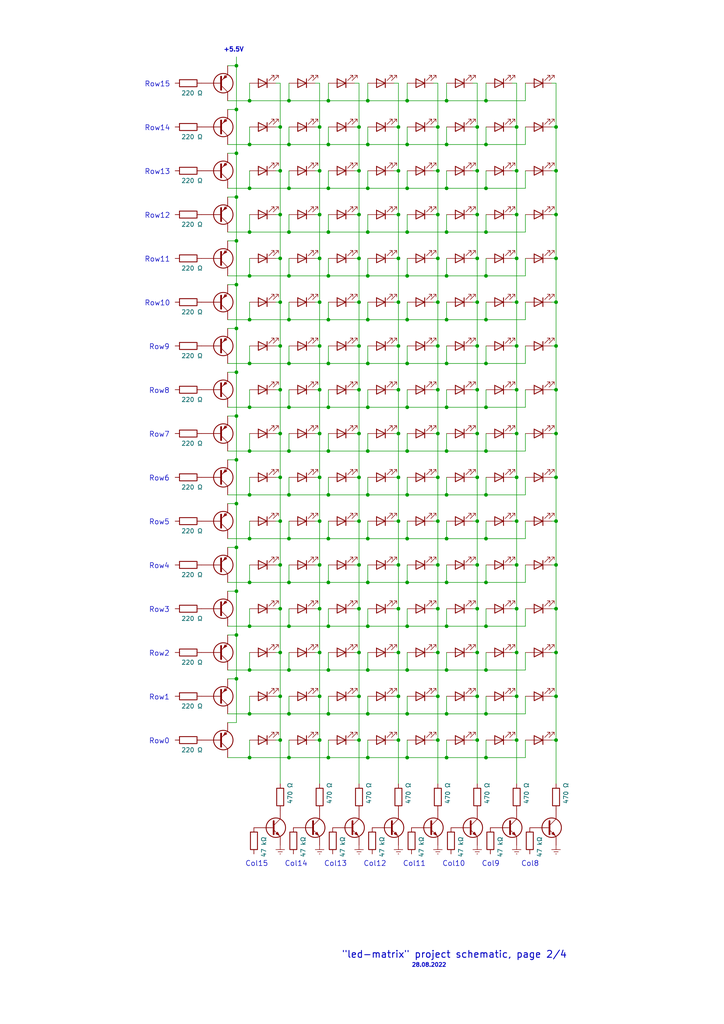
<source format=kicad_sch>
(kicad_sch (version 20211123) (generator eeschema)
  (paper "A4" portrait)
  (junction (at 72.39 156.21))
  (junction (at 140.97 118.11))
  (junction (at 115.57 201.93))
  (junction (at 106.68 92.71))
  (junction (at 127 138.43))
  (junction (at 95.25 80.01))
  (junction (at 161.29 113.03))
  (junction (at 118.11 41.91))
  (junction (at 140.97 29.21))
  (junction (at 92.71 62.23))
  (junction (at 140.97 207.01))
  (junction (at 127 189.23))
  (junction (at 95.25 41.91))
  (junction (at 127 113.03))
  (junction (at 149.86 176.53))
  (junction (at 104.14 100.33))
  (junction (at 161.29 100.33))
  (junction (at 81.28 176.53))
  (junction (at 129.54 219.71))
  (junction (at 83.82 219.71))
  (junction (at 92.71 151.13))
  (junction (at 95.25 67.31))
  (junction (at 92.71 74.93))
  (junction (at 161.29 62.23))
  (junction (at 106.68 143.51))
  (junction (at 138.43 87.63))
  (junction (at 95.25 29.21))
  (junction (at 129.54 118.11))
  (junction (at 83.82 54.61))
  (junction (at 129.54 143.51))
  (junction (at 106.68 130.81))
  (junction (at 81.28 138.43))
  (junction (at 72.39 80.01))
  (junction (at 118.11 105.41))
  (junction (at 72.39 219.71))
  (junction (at 95.25 194.31))
  (junction (at 92.71 214.63))
  (junction (at 138.43 62.23))
  (junction (at 129.54 67.31))
  (junction (at 118.11 118.11))
  (junction (at 149.86 113.03))
  (junction (at 129.54 194.31))
  (junction (at 104.14 62.23))
  (junction (at 127 49.53))
  (junction (at 140.97 143.51))
  (junction (at 140.97 168.91))
  (junction (at 127 87.63))
  (junction (at 68.58 133.35))
  (junction (at 149.86 36.83))
  (junction (at 140.97 92.71))
  (junction (at 149.86 62.23))
  (junction (at 104.14 87.63))
  (junction (at 129.54 80.01))
  (junction (at 81.28 214.63))
  (junction (at 95.25 168.91))
  (junction (at 72.39 29.21))
  (junction (at 115.57 214.63))
  (junction (at 72.39 54.61))
  (junction (at 92.71 201.93))
  (junction (at 138.43 163.83))
  (junction (at 140.97 219.71))
  (junction (at 106.68 181.61))
  (junction (at 115.57 87.63))
  (junction (at 104.14 138.43))
  (junction (at 149.86 74.93))
  (junction (at 72.39 41.91))
  (junction (at 83.82 156.21))
  (junction (at 81.28 125.73))
  (junction (at 104.14 214.63))
  (junction (at 68.58 19.05))
  (junction (at 68.58 158.75))
  (junction (at 127 163.83))
  (junction (at 127 100.33))
  (junction (at 140.97 194.31))
  (junction (at 68.58 196.85))
  (junction (at 138.43 74.93))
  (junction (at 149.86 138.43))
  (junction (at 161.29 151.13))
  (junction (at 140.97 156.21))
  (junction (at 118.11 207.01))
  (junction (at 81.28 74.93))
  (junction (at 129.54 181.61))
  (junction (at 106.68 105.41))
  (junction (at 106.68 80.01))
  (junction (at 161.29 49.53))
  (junction (at 95.25 54.61))
  (junction (at 118.11 92.71))
  (junction (at 106.68 29.21))
  (junction (at 68.58 171.45))
  (junction (at 127 62.23))
  (junction (at 81.28 201.93))
  (junction (at 161.29 36.83))
  (junction (at 95.25 207.01))
  (junction (at 115.57 49.53))
  (junction (at 149.86 100.33))
  (junction (at 149.86 125.73))
  (junction (at 83.82 67.31))
  (junction (at 149.86 163.83))
  (junction (at 95.25 219.71))
  (junction (at 72.39 143.51))
  (junction (at 95.25 156.21))
  (junction (at 72.39 118.11))
  (junction (at 118.11 168.91))
  (junction (at 115.57 138.43))
  (junction (at 95.25 130.81))
  (junction (at 83.82 130.81))
  (junction (at 92.71 113.03))
  (junction (at 81.28 62.23))
  (junction (at 118.11 29.21))
  (junction (at 115.57 151.13))
  (junction (at 118.11 143.51))
  (junction (at 129.54 54.61))
  (junction (at 83.82 92.71))
  (junction (at 149.86 201.93))
  (junction (at 104.14 189.23))
  (junction (at 106.68 156.21))
  (junction (at 118.11 54.61))
  (junction (at 161.29 214.63))
  (junction (at 138.43 151.13))
  (junction (at 129.54 156.21))
  (junction (at 115.57 36.83))
  (junction (at 138.43 100.33))
  (junction (at 127 176.53))
  (junction (at 161.29 176.53))
  (junction (at 68.58 146.05))
  (junction (at 92.71 138.43))
  (junction (at 127 36.83))
  (junction (at 72.39 194.31))
  (junction (at 92.71 49.53))
  (junction (at 138.43 214.63))
  (junction (at 140.97 67.31))
  (junction (at 106.68 118.11))
  (junction (at 138.43 176.53))
  (junction (at 106.68 54.61))
  (junction (at 104.14 74.93))
  (junction (at 118.11 130.81))
  (junction (at 127 214.63))
  (junction (at 106.68 219.71))
  (junction (at 92.71 100.33))
  (junction (at 81.28 163.83))
  (junction (at 83.82 194.31))
  (junction (at 129.54 130.81))
  (junction (at 138.43 113.03))
  (junction (at 138.43 138.43))
  (junction (at 72.39 207.01))
  (junction (at 81.28 87.63))
  (junction (at 83.82 181.61))
  (junction (at 140.97 130.81))
  (junction (at 81.28 151.13))
  (junction (at 72.39 130.81))
  (junction (at 161.29 87.63))
  (junction (at 127 74.93))
  (junction (at 106.68 168.91))
  (junction (at 161.29 74.93))
  (junction (at 140.97 41.91))
  (junction (at 83.82 143.51))
  (junction (at 118.11 156.21))
  (junction (at 104.14 36.83))
  (junction (at 92.71 176.53))
  (junction (at 72.39 92.71))
  (junction (at 95.25 181.61))
  (junction (at 161.29 163.83))
  (junction (at 138.43 201.93))
  (junction (at 95.25 105.41))
  (junction (at 118.11 67.31))
  (junction (at 95.25 143.51))
  (junction (at 68.58 107.95))
  (junction (at 161.29 138.43))
  (junction (at 92.71 189.23))
  (junction (at 118.11 219.71))
  (junction (at 115.57 163.83))
  (junction (at 118.11 194.31))
  (junction (at 140.97 105.41))
  (junction (at 149.86 87.63))
  (junction (at 115.57 113.03))
  (junction (at 161.29 189.23))
  (junction (at 92.71 163.83))
  (junction (at 104.14 151.13))
  (junction (at 106.68 67.31))
  (junction (at 68.58 44.45))
  (junction (at 115.57 125.73))
  (junction (at 138.43 125.73))
  (junction (at 115.57 74.93))
  (junction (at 140.97 181.61))
  (junction (at 83.82 80.01))
  (junction (at 104.14 201.93))
  (junction (at 129.54 207.01))
  (junction (at 138.43 36.83))
  (junction (at 92.71 36.83))
  (junction (at 81.28 49.53))
  (junction (at 83.82 105.41))
  (junction (at 83.82 41.91))
  (junction (at 106.68 207.01))
  (junction (at 68.58 95.25))
  (junction (at 149.86 189.23))
  (junction (at 72.39 168.91))
  (junction (at 72.39 105.41))
  (junction (at 129.54 41.91))
  (junction (at 149.86 214.63))
  (junction (at 138.43 189.23))
  (junction (at 95.25 118.11))
  (junction (at 115.57 176.53))
  (junction (at 83.82 29.21))
  (junction (at 104.14 176.53))
  (junction (at 92.71 125.73))
  (junction (at 140.97 54.61))
  (junction (at 149.86 49.53))
  (junction (at 68.58 184.15))
  (junction (at 129.54 105.41))
  (junction (at 129.54 29.21))
  (junction (at 104.14 163.83))
  (junction (at 83.82 118.11))
  (junction (at 81.28 189.23))
  (junction (at 68.58 57.15))
  (junction (at 81.28 36.83))
  (junction (at 127 125.73))
  (junction (at 72.39 181.61))
  (junction (at 127 151.13))
  (junction (at 104.14 125.73))
  (junction (at 149.86 151.13))
  (junction (at 104.14 113.03))
  (junction (at 72.39 67.31))
  (junction (at 106.68 41.91))
  (junction (at 115.57 189.23))
  (junction (at 95.25 92.71))
  (junction (at 115.57 62.23))
  (junction (at 106.68 194.31))
  (junction (at 140.97 80.01))
  (junction (at 81.28 100.33))
  (junction (at 127 201.93))
  (junction (at 68.58 69.85))
  (junction (at 161.29 201.93))
  (junction (at 83.82 207.01))
  (junction (at 68.58 120.65))
  (junction (at 68.58 82.55))
  (junction (at 161.29 125.73))
  (junction (at 118.11 80.01))
  (junction (at 129.54 168.91))
  (junction (at 92.71 87.63))
  (junction (at 81.28 113.03))
  (junction (at 129.54 92.71))
  (junction (at 104.14 49.53))
  (junction (at 118.11 181.61))
  (junction (at 68.58 31.75))
  (junction (at 83.82 168.91))
  (junction (at 115.57 100.33))
  (junction (at 138.43 49.53))
  (wire (pts (xy 118.11 80.01) (xy 129.54 80.01)))
  (wire (pts (xy 83.82 74.93) (xy 83.82 80.01)))
  (wire (pts (xy 83.82 143.51) (xy 95.25 143.51)))
  (wire (pts (xy 80.01 138.43) (xy 81.28 138.43)))
  (wire (pts (xy 80.01 49.53) (xy 81.28 49.53)))
  (wire (pts (xy 127 74.93) (xy 127 87.63)))
  (wire (pts (xy 83.82 194.31) (xy 95.25 194.31)))
  (wire (pts (xy 95.25 87.63) (xy 95.25 92.71)))
  (wire (pts (xy 115.57 24.13) (xy 115.57 36.83)))
  (wire (pts (xy 118.11 118.11) (xy 129.54 118.11)))
  (wire (pts (xy 104.14 36.83) (xy 102.87 36.83)))
  (wire (pts (xy 129.54 113.03) (xy 129.54 118.11)))
  (wire (pts (xy 95.25 74.93) (xy 95.25 80.01)))
  (wire (pts (xy 152.4 87.63) (xy 152.4 92.71)))
  (wire (pts (xy 115.57 176.53) (xy 114.3 176.53)))
  (wire (pts (xy 115.57 163.83) (xy 114.3 163.83)))
  (wire (pts (xy 115.57 113.03) (xy 115.57 125.73)))
  (wire (pts (xy 83.82 163.83) (xy 83.82 168.91)))
  (wire (pts (xy 149.86 62.23) (xy 148.59 62.23)))
  (wire (pts (xy 140.97 168.91) (xy 152.4 168.91)))
  (wire (pts (xy 138.43 176.53) (xy 137.16 176.53)))
  (wire (pts (xy 115.57 125.73) (xy 114.3 125.73)))
  (wire (pts (xy 129.54 67.31) (xy 140.97 67.31)))
  (wire (pts (xy 127 201.93) (xy 125.73 201.93)))
  (wire (pts (xy 92.71 189.23) (xy 91.44 189.23)))
  (wire (pts (xy 161.29 87.63) (xy 161.29 100.33)))
  (wire (pts (xy 140.97 54.61) (xy 152.4 54.61)))
  (wire (pts (xy 129.54 138.43) (xy 129.54 143.51)))
  (wire (pts (xy 72.39 156.21) (xy 83.82 156.21)))
  (wire (pts (xy 66.04 95.25) (xy 68.58 95.25)))
  (wire (pts (xy 140.97 105.41) (xy 152.4 105.41)))
  (wire (pts (xy 95.25 118.11) (xy 106.68 118.11)))
  (wire (pts (xy 129.54 118.11) (xy 140.97 118.11)))
  (wire (pts (xy 92.71 49.53) (xy 92.71 62.23)))
  (wire (pts (xy 104.14 214.63) (xy 104.14 227.33)))
  (wire (pts (xy 127 24.13) (xy 125.73 24.13)))
  (wire (pts (xy 92.71 214.63) (xy 91.44 214.63)))
  (wire (pts (xy 72.39 207.01) (xy 83.82 207.01)))
  (wire (pts (xy 95.25 156.21) (xy 106.68 156.21)))
  (wire (pts (xy 92.71 138.43) (xy 91.44 138.43)))
  (wire (pts (xy 115.57 201.93) (xy 114.3 201.93)))
  (wire (pts (xy 129.54 194.31) (xy 140.97 194.31)))
  (wire (pts (xy 72.39 138.43) (xy 72.39 143.51)))
  (wire (pts (xy 72.39 105.41) (xy 83.82 105.41)))
  (wire (pts (xy 66.04 130.81) (xy 72.39 130.81)))
  (wire (pts (xy 138.43 163.83) (xy 137.16 163.83)))
  (wire (pts (xy 106.68 49.53) (xy 106.68 54.61)))
  (wire (pts (xy 118.11 163.83) (xy 118.11 168.91)))
  (wire (pts (xy 127 176.53) (xy 127 189.23)))
  (wire (pts (xy 104.14 36.83) (xy 104.14 49.53)))
  (wire (pts (xy 104.14 151.13) (xy 104.14 163.83)))
  (wire (pts (xy 66.04 80.01) (xy 72.39 80.01)))
  (wire (pts (xy 104.14 113.03) (xy 104.14 125.73)))
  (wire (pts (xy 92.71 87.63) (xy 91.44 87.63)))
  (wire (pts (xy 118.11 105.41) (xy 106.68 105.41)))
  (wire (pts (xy 83.82 41.91) (xy 95.25 41.91)))
  (wire (pts (xy 66.04 57.15) (xy 68.58 57.15)))
  (wire (pts (xy 95.25 181.61) (xy 106.68 181.61)))
  (wire (pts (xy 106.68 176.53) (xy 106.68 181.61)))
  (wire (pts (xy 149.86 138.43) (xy 149.86 151.13)))
  (wire (pts (xy 66.04 209.55) (xy 68.58 209.55)))
  (wire (pts (xy 115.57 62.23) (xy 115.57 74.93)))
  (wire (pts (xy 161.29 36.83) (xy 160.02 36.83)))
  (wire (pts (xy 149.86 113.03) (xy 149.86 125.73)))
  (wire (pts (xy 129.54 163.83) (xy 129.54 168.91)))
  (wire (pts (xy 152.4 151.13) (xy 152.4 156.21)))
  (wire (pts (xy 68.58 196.85) (xy 68.58 209.55)))
  (wire (pts (xy 161.29 49.53) (xy 160.02 49.53)))
  (wire (pts (xy 104.14 138.43) (xy 102.87 138.43)))
  (wire (pts (xy 129.54 74.93) (xy 129.54 80.01)))
  (wire (pts (xy 140.97 67.31) (xy 152.4 67.31)))
  (wire (pts (xy 152.4 138.43) (xy 152.4 143.51)))
  (wire (pts (xy 72.39 92.71) (xy 83.82 92.71)))
  (wire (pts (xy 115.57 87.63) (xy 115.57 100.33)))
  (wire (pts (xy 92.71 24.13) (xy 91.44 24.13)))
  (wire (pts (xy 83.82 201.93) (xy 83.82 207.01)))
  (wire (pts (xy 140.97 118.11) (xy 152.4 118.11)))
  (wire (pts (xy 95.25 194.31) (xy 106.68 194.31)))
  (wire (pts (xy 118.11 113.03) (xy 118.11 118.11)))
  (wire (pts (xy 149.86 87.63) (xy 149.86 100.33)))
  (wire (pts (xy 115.57 201.93) (xy 115.57 214.63)))
  (wire (pts (xy 152.4 62.23) (xy 152.4 67.31)))
  (wire (pts (xy 66.04 44.45) (xy 68.58 44.45)))
  (wire (pts (xy 140.97 36.83) (xy 140.97 41.91)))
  (wire (pts (xy 81.28 100.33) (xy 81.28 113.03)))
  (wire (pts (xy 152.4 189.23) (xy 152.4 194.31)))
  (wire (pts (xy 118.11 181.61) (xy 106.68 181.61)))
  (wire (pts (xy 80.01 176.53) (xy 81.28 176.53)))
  (wire (pts (xy 161.29 100.33) (xy 160.02 100.33)))
  (wire (pts (xy 72.39 176.53) (xy 72.39 181.61)))
  (wire (pts (xy 138.43 201.93) (xy 137.16 201.93)))
  (wire (pts (xy 149.86 49.53) (xy 149.86 62.23)))
  (wire (pts (xy 83.82 36.83) (xy 83.82 41.91)))
  (wire (pts (xy 149.86 24.13) (xy 149.86 36.83)))
  (wire (pts (xy 152.4 74.93) (xy 152.4 80.01)))
  (wire (pts (xy 138.43 151.13) (xy 138.43 163.83)))
  (wire (pts (xy 80.01 113.03) (xy 81.28 113.03)))
  (wire (pts (xy 72.39 194.31) (xy 83.82 194.31)))
  (wire (pts (xy 140.97 113.03) (xy 140.97 118.11)))
  (wire (pts (xy 72.39 62.23) (xy 72.39 67.31)))
  (wire (pts (xy 68.58 146.05) (xy 68.58 158.75)))
  (wire (pts (xy 83.82 80.01) (xy 95.25 80.01)))
  (wire (pts (xy 72.39 113.03) (xy 72.39 118.11)))
  (wire (pts (xy 149.86 62.23) (xy 149.86 74.93)))
  (wire (pts (xy 115.57 24.13) (xy 114.3 24.13)))
  (wire (pts (xy 72.39 29.21) (xy 83.82 29.21)))
  (wire (pts (xy 149.86 214.63) (xy 148.59 214.63)))
  (wire (pts (xy 66.04 146.05) (xy 68.58 146.05)))
  (wire (pts (xy 127 62.23) (xy 127 74.93)))
  (wire (pts (xy 140.97 163.83) (xy 140.97 168.91)))
  (wire (pts (xy 138.43 49.53) (xy 138.43 62.23)))
  (wire (pts (xy 81.28 138.43) (xy 81.28 151.13)))
  (wire (pts (xy 140.97 130.81) (xy 152.4 130.81)))
  (wire (pts (xy 80.01 189.23) (xy 81.28 189.23)))
  (wire (pts (xy 127 214.63) (xy 127 227.33)))
  (wire (pts (xy 80.01 24.13) (xy 81.28 24.13)))
  (wire (pts (xy 118.11 156.21) (xy 106.68 156.21)))
  (wire (pts (xy 161.29 87.63) (xy 160.02 87.63)))
  (wire (pts (xy 106.68 87.63) (xy 106.68 92.71)))
  (wire (pts (xy 80.01 74.93) (xy 81.28 74.93)))
  (wire (pts (xy 83.82 113.03) (xy 83.82 118.11)))
  (wire (pts (xy 149.86 176.53) (xy 149.86 189.23)))
  (wire (pts (xy 95.25 189.23) (xy 95.25 194.31)))
  (wire (pts (xy 104.14 163.83) (xy 102.87 163.83)))
  (wire (pts (xy 104.14 176.53) (xy 102.87 176.53)))
  (wire (pts (xy 80.01 87.63) (xy 81.28 87.63)))
  (wire (pts (xy 104.14 74.93) (xy 102.87 74.93)))
  (wire (pts (xy 118.11 49.53) (xy 118.11 54.61)))
  (wire (pts (xy 104.14 151.13) (xy 102.87 151.13)))
  (wire (pts (xy 129.54 130.81) (xy 140.97 130.81)))
  (wire (pts (xy 161.29 176.53) (xy 160.02 176.53)))
  (wire (pts (xy 95.25 105.41) (xy 106.68 105.41)))
  (wire (pts (xy 95.25 176.53) (xy 95.25 181.61)))
  (wire (pts (xy 66.04 158.75) (xy 68.58 158.75)))
  (wire (pts (xy 118.11 125.73) (xy 118.11 130.81)))
  (wire (pts (xy 115.57 49.53) (xy 115.57 62.23)))
  (wire (pts (xy 72.39 219.71) (xy 83.82 219.71)))
  (wire (pts (xy 127 24.13) (xy 127 36.83)))
  (wire (pts (xy 83.82 207.01) (xy 95.25 207.01)))
  (wire (pts (xy 118.11 67.31) (xy 129.54 67.31)))
  (wire (pts (xy 140.97 62.23) (xy 140.97 67.31)))
  (wire (pts (xy 118.11 130.81) (xy 129.54 130.81)))
  (wire (pts (xy 118.11 67.31) (xy 106.68 67.31)))
  (wire (pts (xy 104.14 189.23) (xy 102.87 189.23)))
  (wire (pts (xy 149.86 125.73) (xy 149.86 138.43)))
  (wire (pts (xy 138.43 151.13) (xy 137.16 151.13)))
  (wire (pts (xy 138.43 74.93) (xy 138.43 87.63)))
  (wire (pts (xy 68.58 171.45) (xy 68.58 184.15)))
  (wire (pts (xy 127 62.23) (xy 125.73 62.23)))
  (wire (pts (xy 140.97 219.71) (xy 152.4 219.71)))
  (wire (pts (xy 104.14 49.53) (xy 104.14 62.23)))
  (wire (pts (xy 92.71 201.93) (xy 91.44 201.93)))
  (wire (pts (xy 140.97 74.93) (xy 140.97 80.01)))
  (wire (pts (xy 92.71 100.33) (xy 91.44 100.33)))
  (wire (pts (xy 72.39 36.83) (xy 72.39 41.91)))
  (wire (pts (xy 66.04 107.95) (xy 68.58 107.95)))
  (wire (pts (xy 118.11 168.91) (xy 106.68 168.91)))
  (wire (pts (xy 152.4 214.63) (xy 152.4 219.71)))
  (wire (pts (xy 66.04 156.21) (xy 72.39 156.21)))
  (wire (pts (xy 106.68 125.73) (xy 106.68 130.81)))
  (wire (pts (xy 83.82 168.91) (xy 95.25 168.91)))
  (wire (pts (xy 68.58 57.15) (xy 68.58 69.85)))
  (wire (pts (xy 161.29 36.83) (xy 161.29 49.53)))
  (wire (pts (xy 149.86 201.93) (xy 148.59 201.93)))
  (wire (pts (xy 129.54 207.01) (xy 140.97 207.01)))
  (wire (pts (xy 149.86 151.13) (xy 149.86 163.83)))
  (wire (pts (xy 129.54 168.91) (xy 140.97 168.91)))
  (wire (pts (xy 95.25 125.73) (xy 95.25 130.81)))
  (wire (pts (xy 95.25 138.43) (xy 95.25 143.51)))
  (wire (pts (xy 118.11 219.71) (xy 129.54 219.71)))
  (wire (pts (xy 66.04 184.15) (xy 68.58 184.15)))
  (wire (pts (xy 72.39 74.93) (xy 72.39 80.01)))
  (wire (pts (xy 118.11 41.91) (xy 106.68 41.91)))
  (wire (pts (xy 149.86 201.93) (xy 149.86 214.63)))
  (wire (pts (xy 140.97 181.61) (xy 152.4 181.61)))
  (wire (pts (xy 138.43 125.73) (xy 138.43 138.43)))
  (wire (pts (xy 161.29 24.13) (xy 160.02 24.13)))
  (wire (pts (xy 118.11 118.11) (xy 106.68 118.11)))
  (wire (pts (xy 127 49.53) (xy 125.73 49.53)))
  (wire (pts (xy 127 125.73) (xy 125.73 125.73)))
  (wire (pts (xy 138.43 189.23) (xy 137.16 189.23)))
  (wire (pts (xy 138.43 62.23) (xy 137.16 62.23)))
  (wire (pts (xy 149.86 113.03) (xy 148.59 113.03)))
  (wire (pts (xy 138.43 138.43) (xy 137.16 138.43)))
  (wire (pts (xy 81.28 74.93) (xy 81.28 87.63)))
  (wire (pts (xy 81.28 176.53) (xy 81.28 189.23)))
  (wire (pts (xy 92.71 163.83) (xy 92.71 176.53)))
  (wire (pts (xy 129.54 41.91) (xy 140.97 41.91)))
  (wire (pts (xy 92.71 125.73) (xy 92.71 138.43)))
  (wire (pts (xy 66.04 105.41) (xy 72.39 105.41)))
  (wire (pts (xy 83.82 100.33) (xy 83.82 105.41)))
  (wire (pts (xy 115.57 74.93) (xy 115.57 87.63)))
  (wire (pts (xy 118.11 214.63) (xy 118.11 219.71)))
  (wire (pts (xy 115.57 36.83) (xy 115.57 49.53)))
  (wire (pts (xy 118.11 207.01) (xy 129.54 207.01)))
  (wire (pts (xy 66.04 19.05) (xy 68.58 19.05)))
  (wire (pts (xy 92.71 113.03) (xy 91.44 113.03)))
  (wire (pts (xy 106.68 62.23) (xy 106.68 67.31)))
  (wire (pts (xy 129.54 189.23) (xy 129.54 194.31)))
  (wire (pts (xy 152.4 163.83) (xy 152.4 168.91)))
  (wire (pts (xy 83.82 130.81) (xy 95.25 130.81)))
  (wire (pts (xy 68.58 95.25) (xy 68.58 107.95)))
  (wire (pts (xy 115.57 151.13) (xy 115.57 163.83)))
  (wire (pts (xy 83.82 176.53) (xy 83.82 181.61)))
  (wire (pts (xy 129.54 29.21) (xy 140.97 29.21)))
  (wire (pts (xy 92.71 125.73) (xy 91.44 125.73)))
  (wire (pts (xy 115.57 125.73) (xy 115.57 138.43)))
  (wire (pts (xy 66.04 31.75) (xy 68.58 31.75)))
  (wire (pts (xy 127 74.93) (xy 125.73 74.93)))
  (wire (pts (xy 138.43 214.63) (xy 138.43 227.33)))
  (wire (pts (xy 118.11 92.71) (xy 129.54 92.71)))
  (wire (pts (xy 83.82 62.23) (xy 83.82 67.31)))
  (wire (pts (xy 66.04 219.71) (xy 72.39 219.71)))
  (wire (pts (xy 152.4 49.53) (xy 152.4 54.61)))
  (wire (pts (xy 127 49.53) (xy 127 62.23)))
  (wire (pts (xy 140.97 176.53) (xy 140.97 181.61)))
  (wire (pts (xy 115.57 113.03) (xy 114.3 113.03)))
  (wire (pts (xy 106.68 36.83) (xy 106.68 41.91)))
  (wire (pts (xy 161.29 201.93) (xy 160.02 201.93)))
  (wire (pts (xy 118.11 219.71) (xy 106.68 219.71)))
  (wire (pts (xy 115.57 138.43) (xy 114.3 138.43)))
  (wire (pts (xy 106.68 201.93) (xy 106.68 207.01)))
  (wire (pts (xy 104.14 176.53) (xy 104.14 189.23)))
  (wire (pts (xy 66.04 196.85) (xy 68.58 196.85)))
  (wire (pts (xy 118.11 138.43) (xy 118.11 143.51)))
  (wire (pts (xy 149.86 163.83) (xy 149.86 176.53)))
  (wire (pts (xy 95.25 113.03) (xy 95.25 118.11)))
  (wire (pts (xy 149.86 74.93) (xy 148.59 74.93)))
  (wire (pts (xy 95.25 54.61) (xy 106.68 54.61)))
  (wire (pts (xy 140.97 194.31) (xy 152.4 194.31)))
  (wire (pts (xy 152.4 176.53) (xy 152.4 181.61)))
  (wire (pts (xy 127 163.83) (xy 127 176.53)))
  (wire (pts (xy 161.29 100.33) (xy 161.29 113.03)))
  (wire (pts (xy 95.25 100.33) (xy 95.25 105.41)))
  (wire (pts (xy 68.58 44.45) (xy 68.58 57.15)))
  (wire (pts (xy 68.58 82.55) (xy 68.58 95.25)))
  (wire (pts (xy 92.71 163.83) (xy 91.44 163.83)))
  (wire (pts (xy 68.58 107.95) (xy 68.58 120.65)))
  (wire (pts (xy 80.01 125.73) (xy 81.28 125.73)))
  (wire (pts (xy 118.11 29.21) (xy 106.68 29.21)))
  (wire (pts (xy 161.29 24.13) (xy 161.29 36.83)))
  (wire (pts (xy 140.97 87.63) (xy 140.97 92.71)))
  (wire (pts (xy 68.58 31.75) (xy 68.58 44.45)))
  (wire (pts (xy 104.14 100.33) (xy 102.87 100.33)))
  (wire (pts (xy 81.28 189.23) (xy 81.28 201.93)))
  (wire (pts (xy 152.4 36.83) (xy 152.4 41.91)))
  (wire (pts (xy 80.01 100.33) (xy 81.28 100.33)))
  (wire (pts (xy 104.14 49.53) (xy 102.87 49.53)))
  (wire (pts (xy 152.4 100.33) (xy 152.4 105.41)))
  (wire (pts (xy 66.04 69.85) (xy 68.58 69.85)))
  (wire (pts (xy 118.11 24.13) (xy 118.11 29.21)))
  (wire (pts (xy 72.39 168.91) (xy 83.82 168.91)))
  (wire (pts (xy 92.71 87.63) (xy 92.71 100.33)))
  (wire (pts (xy 66.04 133.35) (xy 68.58 133.35)))
  (wire (pts (xy 72.39 125.73) (xy 72.39 130.81)))
  (wire (pts (xy 161.29 113.03) (xy 160.02 113.03)))
  (wire (pts (xy 127 163.83) (xy 125.73 163.83)))
  (wire (pts (xy 95.25 67.31) (xy 106.68 67.31)))
  (wire (pts (xy 138.43 125.73) (xy 137.16 125.73)))
  (wire (pts (xy 92.71 176.53) (xy 91.44 176.53)))
  (wire (pts (xy 149.86 125.73) (xy 148.59 125.73)))
  (wire (pts (xy 72.39 143.51) (xy 83.82 143.51)))
  (wire (pts (xy 118.11 143.51) (xy 129.54 143.51)))
  (wire (pts (xy 129.54 54.61) (xy 140.97 54.61)))
  (wire (pts (xy 161.29 49.53) (xy 161.29 62.23)))
  (wire (pts (xy 127 138.43) (xy 125.73 138.43)))
  (wire (pts (xy 127 36.83) (xy 125.73 36.83)))
  (wire (pts (xy 140.97 41.91) (xy 152.4 41.91)))
  (wire (pts (xy 106.68 74.93) (xy 106.68 80.01)))
  (wire (pts (xy 138.43 100.33) (xy 137.16 100.33)))
  (wire (pts (xy 118.11 54.61) (xy 129.54 54.61)))
  (wire (pts (xy 83.82 67.31) (xy 95.25 67.31)))
  (wire (pts (xy 83.82 24.13) (xy 83.82 29.21)))
  (wire (pts (xy 83.82 156.21) (xy 95.25 156.21)))
  (wire (pts (xy 118.11 87.63) (xy 118.11 92.71)))
  (wire (pts (xy 138.43 201.93) (xy 138.43 214.63)))
  (wire (pts (xy 72.39 189.23) (xy 72.39 194.31)))
  (wire (pts (xy 104.14 62.23) (xy 102.87 62.23)))
  (wire (pts (xy 68.58 158.75) (xy 68.58 171.45)))
  (wire (pts (xy 68.58 184.15) (xy 68.58 196.85)))
  (wire (pts (xy 118.11 143.51) (xy 106.68 143.51)))
  (wire (pts (xy 140.97 151.13) (xy 140.97 156.21)))
  (wire (pts (xy 104.14 74.93) (xy 104.14 87.63)))
  (wire (pts (xy 149.86 24.13) (xy 148.59 24.13)))
  (wire (pts (xy 72.39 151.13) (xy 72.39 156.21)))
  (wire (pts (xy 92.71 100.33) (xy 92.71 113.03)))
  (wire (pts (xy 138.43 87.63) (xy 137.16 87.63)))
  (wire (pts (xy 129.54 24.13) (xy 129.54 29.21)))
  (wire (pts (xy 118.11 36.83) (xy 118.11 41.91)))
  (wire (pts (xy 95.25 143.51) (xy 106.68 143.51)))
  (wire (pts (xy 95.25 62.23) (xy 95.25 67.31)))
  (wire (pts (xy 118.11 62.23) (xy 118.11 67.31)))
  (wire (pts (xy 83.82 214.63) (xy 83.82 219.71)))
  (wire (pts (xy 81.28 49.53) (xy 81.28 62.23)))
  (wire (pts (xy 66.04 143.51) (xy 72.39 143.51)))
  (wire (pts (xy 127 138.43) (xy 127 151.13)))
  (wire (pts (xy 80.01 62.23) (xy 81.28 62.23)))
  (wire (pts (xy 66.04 207.01) (xy 72.39 207.01)))
  (wire (pts (xy 138.43 62.23) (xy 138.43 74.93)))
  (wire (pts (xy 149.86 36.83) (xy 148.59 36.83)))
  (wire (pts (xy 118.11 207.01) (xy 106.68 207.01)))
  (wire (pts (xy 95.25 36.83) (xy 95.25 41.91)))
  (wire (pts (xy 161.29 74.93) (xy 160.02 74.93)))
  (wire (pts (xy 118.11 181.61) (xy 129.54 181.61)))
  (wire (pts (xy 161.29 62.23) (xy 161.29 74.93)))
  (wire (pts (xy 129.54 80.01) (xy 140.97 80.01)))
  (wire (pts (xy 161.29 113.03) (xy 161.29 125.73)))
  (wire (pts (xy 127 189.23) (xy 127 201.93)))
  (wire (pts (xy 138.43 189.23) (xy 138.43 201.93)))
  (wire (pts (xy 72.39 24.13) (xy 72.39 29.21)))
  (wire (pts (xy 95.25 29.21) (xy 106.68 29.21)))
  (wire (pts (xy 118.11 156.21) (xy 129.54 156.21)))
  (wire (pts (xy 95.25 92.71) (xy 106.68 92.71)))
  (wire (pts (xy 140.97 29.21) (xy 152.4 29.21)))
  (wire (pts (xy 66.04 181.61) (xy 72.39 181.61)))
  (wire (pts (xy 138.43 163.83) (xy 138.43 176.53)))
  (wire (pts (xy 104.14 87.63) (xy 104.14 100.33)))
  (wire (pts (xy 138.43 113.03) (xy 138.43 125.73)))
  (wire (pts (xy 66.04 41.91) (xy 72.39 41.91)))
  (wire (pts (xy 138.43 74.93) (xy 137.16 74.93)))
  (wire (pts (xy 129.54 219.71) (xy 140.97 219.71)))
  (wire (pts (xy 127 125.73) (xy 127 138.43)))
  (wire (pts (xy 104.14 201.93) (xy 104.14 214.63)))
  (wire (pts (xy 161.29 163.83) (xy 160.02 163.83)))
  (wire (pts (xy 83.82 151.13) (xy 83.82 156.21)))
  (wire (pts (xy 106.68 151.13) (xy 106.68 156.21)))
  (wire (pts (xy 95.25 214.63) (xy 95.25 219.71)))
  (wire (pts (xy 129.54 151.13) (xy 129.54 156.21)))
  (wire (pts (xy 92.71 176.53) (xy 92.71 189.23)))
  (wire (pts (xy 149.86 36.83) (xy 149.86 49.53)))
  (wire (pts (xy 66.04 82.55) (xy 68.58 82.55)))
  (wire (pts (xy 140.97 24.13) (xy 140.97 29.21)))
  (wire (pts (xy 72.39 214.63) (xy 72.39 219.71)))
  (wire (pts (xy 152.4 24.13) (xy 152.4 29.21)))
  (wire (pts (xy 95.25 151.13) (xy 95.25 156.21)))
  (wire (pts (xy 83.82 118.11) (xy 95.25 118.11)))
  (wire (pts (xy 161.29 201.93) (xy 161.29 214.63)))
  (wire (pts (xy 129.54 156.21) (xy 140.97 156.21)))
  (wire (pts (xy 149.86 49.53) (xy 148.59 49.53)))
  (wire (pts (xy 92.71 113.03) (xy 92.71 125.73)))
  (wire (pts (xy 80.01 214.63) (xy 81.28 214.63)))
  (wire (pts (xy 104.14 163.83) (xy 104.14 176.53)))
  (wire (pts (xy 95.25 41.91) (xy 106.68 41.91)))
  (wire (pts (xy 80.01 201.93) (xy 81.28 201.93)))
  (wire (pts (xy 149.86 100.33) (xy 149.86 113.03)))
  (wire (pts (xy 161.29 138.43) (xy 161.29 151.13)))
  (wire (pts (xy 138.43 113.03) (xy 137.16 113.03)))
  (wire (pts (xy 138.43 176.53) (xy 138.43 189.23)))
  (wire (pts (xy 127 87.63) (xy 127 100.33)))
  (wire (pts (xy 104.14 125.73) (xy 104.14 138.43)))
  (wire (pts (xy 118.11 189.23) (xy 118.11 194.31)))
  (wire (pts (xy 92.71 151.13) (xy 91.44 151.13)))
  (wire (pts (xy 81.28 87.63) (xy 81.28 100.33)))
  (wire (pts (xy 140.97 92.71) (xy 152.4 92.71)))
  (wire (pts (xy 118.11 194.31) (xy 129.54 194.31)))
  (wire (pts (xy 66.04 29.21) (xy 72.39 29.21)))
  (wire (pts (xy 118.11 29.21) (xy 129.54 29.21)))
  (wire (pts (xy 138.43 214.63) (xy 137.16 214.63)))
  (wire (pts (xy 72.39 49.53) (xy 72.39 54.61)))
  (wire (pts (xy 140.97 189.23) (xy 140.97 194.31)))
  (wire (pts (xy 140.97 201.93) (xy 140.97 207.01)))
  (wire (pts (xy 127 100.33) (xy 125.73 100.33)))
  (wire (pts (xy 66.04 194.31) (xy 72.39 194.31)))
  (wire (pts (xy 129.54 181.61) (xy 140.97 181.61)))
  (wire (pts (xy 115.57 74.93) (xy 114.3 74.93)))
  (wire (pts (xy 104.14 113.03) (xy 102.87 113.03)))
  (wire (pts (xy 104.14 24.13) (xy 104.14 36.83)))
  (wire (pts (xy 104.14 24.13) (xy 102.87 24.13)))
  (wire (pts (xy 83.82 125.73) (xy 83.82 130.81)))
  (wire (pts (xy 149.86 87.63) (xy 148.59 87.63)))
  (wire (pts (xy 92.71 62.23) (xy 91.44 62.23)))
  (wire (pts (xy 106.68 24.13) (xy 106.68 29.21)))
  (wire (pts (xy 104.14 87.63) (xy 102.87 87.63)))
  (wire (pts (xy 127 36.83) (xy 127 49.53)))
  (wire (pts (xy 149.86 189.23) (xy 149.86 201.93)))
  (wire (pts (xy 115.57 36.83) (xy 114.3 36.83)))
  (wire (pts (xy 92.71 74.93) (xy 92.71 87.63)))
  (wire (pts (xy 138.43 87.63) (xy 138.43 100.33)))
  (wire (pts (xy 127 100.33) (xy 127 113.03)))
  (wire (pts (xy 127 214.63) (xy 125.73 214.63)))
  (wire (pts (xy 66.04 118.11) (xy 72.39 118.11)))
  (wire (pts (xy 106.68 163.83) (xy 106.68 168.91)))
  (wire (pts (xy 129.54 62.23) (xy 129.54 67.31)))
  (wire (pts (xy 72.39 181.61) (xy 83.82 181.61)))
  (wire (pts (xy 161.29 214.63) (xy 161.29 227.33)))
  (wire (pts (xy 118.11 105.41) (xy 129.54 105.41)))
  (wire (pts (xy 118.11 41.91) (xy 129.54 41.91)))
  (wire (pts (xy 118.11 74.93) (xy 118.11 80.01)))
  (wire (pts (xy 104.14 214.63) (xy 102.87 214.63)))
  (wire (pts (xy 83.82 219.71) (xy 95.25 219.71)))
  (wire (pts (xy 127 87.63) (xy 125.73 87.63)))
  (wire (pts (xy 140.97 125.73) (xy 140.97 130.81)))
  (wire (pts (xy 95.25 219.71) (xy 106.68 219.71)))
  (wire (pts (xy 80.01 36.83) (xy 81.28 36.83)))
  (wire (pts (xy 81.28 151.13) (xy 81.28 163.83)))
  (wire (pts (xy 92.71 62.23) (xy 92.71 74.93)))
  (wire (pts (xy 80.01 151.13) (xy 81.28 151.13)))
  (wire (pts (xy 92.71 74.93) (xy 91.44 74.93)))
  (wire (pts (xy 127 113.03) (xy 127 125.73)))
  (wire (pts (xy 104.14 189.23) (xy 104.14 201.93)))
  (wire (pts (xy 140.97 214.63) (xy 140.97 219.71)))
  (wire (pts (xy 104.14 138.43) (xy 104.14 151.13)))
  (wire (pts (xy 83.82 54.61) (xy 95.25 54.61)))
  (wire (pts (xy 92.71 138.43) (xy 92.71 151.13)))
  (wire (pts (xy 104.14 100.33) (xy 104.14 113.03)))
  (wire (pts (xy 81.28 24.13) (xy 81.28 36.83)))
  (wire (pts (xy 92.71 49.53) (xy 91.44 49.53)))
  (wire (pts (xy 138.43 49.53) (xy 137.16 49.53)))
  (wire (pts (xy 95.25 207.01) (xy 106.68 207.01)))
  (wire (pts (xy 95.25 130.81) (xy 106.68 130.81)))
  (wire (pts (xy 81.28 62.23) (xy 81.28 74.93)))
  (wire (pts (xy 106.68 100.33) (xy 106.68 105.41)))
  (wire (pts (xy 152.4 125.73) (xy 152.4 130.81)))
  (wire (pts (xy 118.11 130.81) (xy 106.68 130.81)))
  (wire (pts (xy 83.82 181.61) (xy 95.25 181.61)))
  (wire (pts (xy 149.86 151.13) (xy 148.59 151.13)))
  (wire (pts (xy 118.11 54.61) (xy 106.68 54.61)))
  (wire (pts (xy 92.71 189.23) (xy 92.71 201.93)))
  (wire (pts (xy 129.54 176.53) (xy 129.54 181.61)))
  (wire (pts (xy 127 151.13) (xy 125.73 151.13)))
  (wire (pts (xy 118.11 151.13) (xy 118.11 156.21)))
  (wire (pts (xy 115.57 138.43) (xy 115.57 151.13)))
  (wire (pts (xy 129.54 36.83) (xy 129.54 41.91)))
  (wire (pts (xy 106.68 138.43) (xy 106.68 143.51)))
  (wire (pts (xy 104.14 125.73) (xy 102.87 125.73)))
  (wire (pts (xy 140.97 138.43) (xy 140.97 143.51)))
  (wire (pts (xy 92.71 201.93) (xy 92.71 214.63)))
  (wire (pts (xy 118.11 80.01) (xy 106.68 80.01)))
  (wire (pts (xy 118.11 100.33) (xy 118.11 105.41)))
  (wire (pts (xy 83.82 92.71) (xy 95.25 92.71)))
  (wire (pts (xy 92.71 24.13) (xy 92.71 36.83)))
  (wire (pts (xy 72.39 80.01) (xy 83.82 80.01)))
  (wire (pts (xy 161.29 125.73) (xy 161.29 138.43)))
  (wire (pts (xy 138.43 36.83) (xy 138.43 49.53)))
  (wire (pts (xy 115.57 62.23) (xy 114.3 62.23)))
  (wire (pts (xy 140.97 100.33) (xy 140.97 105.41)))
  (wire (pts (xy 138.43 24.13) (xy 138.43 36.83)))
  (wire (pts (xy 129.54 125.73) (xy 129.54 130.81)))
  (wire (pts (xy 129.54 214.63) (xy 129.54 219.71)))
  (wire (pts (xy 83.82 189.23) (xy 83.82 194.31)))
  (wire (pts (xy 115.57 100.33) (xy 115.57 113.03)))
  (wire (pts (xy 149.86 138.43) (xy 148.59 138.43)))
  (wire (pts (xy 161.29 151.13) (xy 161.29 163.83)))
  (wire (pts (xy 118.11 194.31) (xy 106.68 194.31)))
  (wire (pts (xy 95.25 80.01) (xy 106.68 80.01)))
  (wire (pts (xy 161.29 163.83) (xy 161.29 176.53)))
  (wire (pts (xy 115.57 151.13) (xy 114.3 151.13)))
  (wire (pts (xy 92.71 214.63) (xy 92.71 227.33)))
  (wire (pts (xy 127 113.03) (xy 125.73 113.03)))
  (wire (pts (xy 118.11 201.93) (xy 118.11 207.01)))
  (wire (pts (xy 83.82 49.53) (xy 83.82 54.61)))
  (wire (pts (xy 106.68 214.63) (xy 106.68 219.71)))
  (wire (pts (xy 104.14 62.23) (xy 104.14 74.93)))
  (wire (pts (xy 161.29 189.23) (xy 161.29 201.93)))
  (wire (pts (xy 118.11 92.71) (xy 106.68 92.71)))
  (wire (pts (xy 161.29 151.13) (xy 160.02 151.13)))
  (wire (pts (xy 161.29 214.63) (xy 160.02 214.63)))
  (wire (pts (xy 81.28 125.73) (xy 81.28 138.43)))
  (wire (pts (xy 72.39 201.93) (xy 72.39 207.01)))
  (wire (pts (xy 68.58 69.85) (xy 68.58 82.55)))
  (wire (pts (xy 81.28 214.63) (xy 81.28 227.33)))
  (wire (pts (xy 161.29 138.43) (xy 160.02 138.43)))
  (wire (pts (xy 115.57 214.63) (xy 114.3 214.63)))
  (wire (pts (xy 68.58 120.65) (xy 68.58 133.35)))
  (wire (pts (xy 95.25 24.13) (xy 95.25 29.21)))
  (wire (pts (xy 115.57 49.53) (xy 114.3 49.53)))
  (wire (pts (xy 129.54 100.33) (xy 129.54 105.41)))
  (wire (pts (xy 127 201.93) (xy 127 214.63)))
  (wire (pts (xy 149.86 214.63) (xy 149.86 227.33)))
  (wire (pts (xy 138.43 36.83) (xy 137.16 36.83)))
  (wire (pts (xy 72.39 54.61) (xy 83.82 54.61)))
  (wire (pts (xy 138.43 24.13) (xy 137.16 24.13)))
  (wire (pts (xy 138.43 100.33) (xy 138.43 113.03)))
  (wire (pts (xy 68.58 133.35) (xy 68.58 146.05)))
  (wire (pts (xy 127 151.13) (xy 127 163.83)))
  (wire (pts (xy 72.39 41.91) (xy 83.82 41.91)))
  (wire (pts (xy 118.11 168.91) (xy 129.54 168.91)))
  (wire (pts (xy 81.28 113.03) (xy 81.28 125.73)))
  (wire (pts (xy 83.82 29.21) (xy 95.25 29.21)))
  (wire (pts (xy 92.71 151.13) (xy 92.71 163.83)))
  (wire (pts (xy 92.71 36.83) (xy 91.44 36.83)))
  (wire (pts (xy 95.25 49.53) (xy 95.25 54.61)))
  (wire (pts (xy 161.29 62.23) (xy 160.02 62.23)))
  (wire (pts (xy 68.58 19.05) (xy 68.58 31.75)))
  (wire (pts (xy 83.82 138.43) (xy 83.82 143.51)))
  (wire (pts (xy 92.71 36.83) (xy 92.71 49.53)))
  (wire (pts (xy 81.28 163.83) (xy 81.28 176.53)))
  (wire (pts (xy 161.29 74.93) (xy 161.29 87.63)))
  (wire (pts (xy 115.57 189.23) (xy 115.57 201.93)))
  (wire (pts (xy 66.04 171.45) (xy 68.58 171.45)))
  (wire (pts (xy 115.57 214.63) (xy 115.57 227.33)))
  (wire (pts (xy 106.68 113.03) (xy 106.68 118.11)))
  (wire (pts (xy 115.57 189.23) (xy 114.3 189.23)))
  (wire (pts (xy 127 176.53) (xy 125.73 176.53)))
  (wire (pts (xy 72.39 118.11) (xy 83.82 118.11)))
  (wire (pts (xy 140.97 49.53) (xy 140.97 54.61)))
  (wire (pts (xy 149.86 189.23) (xy 148.59 189.23)))
  (wire (pts (xy 95.25 168.91) (xy 106.68 168.91)))
  (wire (pts (xy 140.97 207.01) (xy 152.4 207.01)))
  (wire (pts (xy 140.97 80.01) (xy 152.4 80.01)))
  (wire (pts (xy 115.57 176.53) (xy 115.57 189.23)))
  (wire (pts (xy 66.04 92.71) (xy 72.39 92.71)))
  (wire (pts (xy 72.39 87.63) (xy 72.39 92.71)))
  (wire (pts (xy 149.86 176.53) (xy 148.59 176.53)))
  (wire (pts (xy 115.57 87.63) (xy 114.3 87.63)))
  (wire (pts (xy 115.57 100.33) (xy 114.3 100.33)))
  (wire (pts (xy 129.54 49.53) (xy 129.54 54.61)))
  (wire (pts (xy 81.28 201.93) (xy 81.28 214.63)))
  (wire (pts (xy 66.04 120.65) (xy 68.58 120.65)))
  (wire (pts (xy 72.39 100.33) (xy 72.39 105.41)))
  (wire (pts (xy 129.54 143.51) (xy 140.97 143.51)))
  (wire (pts (xy 81.28 36.83) (xy 81.28 49.53)))
  (wire (pts (xy 140.97 143.51) (xy 152.4 143.51)))
  (wire (pts (xy 83.82 105.41) (xy 95.25 105.41)))
  (wire (pts (xy 106.68 189.23) (xy 106.68 194.31)))
  (wire (pts (xy 95.25 163.83) (xy 95.25 168.91)))
  (wire (pts (xy 72.39 67.31) (xy 83.82 67.31)))
  (wire (pts (xy 140.97 156.21) (xy 152.4 156.21)))
  (wire (pts (xy 118.11 176.53) (xy 118.11 181.61)))
  (wire (pts (xy 138.43 138.43) (xy 138.43 151.13)))
  (wire (pts (xy 68.58 16.51) (xy 68.58 19.05)))
  (wire (pts (xy 161.29 189.23) (xy 160.02 189.23)))
  (wire (pts (xy 129.54 105.41) (xy 140.97 105.41)))
  (wire (pts (xy 127 189.23) (xy 125.73 189.23)))
  (wire (pts (xy 95.25 201.93) (xy 95.25 207.01)))
  (wire (pts (xy 80.01 163.83) (xy 81.28 163.83)))
  (wire (pts (xy 72.39 163.83) (xy 72.39 168.91)))
  (wire (pts (xy 161.29 125.73) (xy 160.02 125.73)))
  (wire (pts (xy 66.04 168.91) (xy 72.39 168.91)))
  (wire (pts (xy 149.86 163.83) (xy 148.59 163.83)))
  (wire (pts (xy 152.4 201.93) (xy 152.4 207.01)))
  (wire (pts (xy 129.54 92.71) (xy 140.97 92.71)))
  (wire (pts (xy 104.14 201.93) (xy 102.87 201.93)))
  (wire (pts (xy 66.04 54.61) (xy 72.39 54.61)))
  (wire (pts (xy 72.39 130.81) (xy 83.82 130.81)))
  (wire (pts (xy 129.54 201.93) (xy 129.54 207.01)))
  (wire (pts (xy 115.57 163.83) (xy 115.57 176.53)))
  (wire (pts (xy 149.86 74.93) (xy 149.86 87.63)))
  (wire (pts (xy 161.29 176.53) (xy 161.29 189.23)))
  (wire (pts (xy 152.4 113.03) (xy 152.4 118.11)))
  (wire (pts (xy 129.54 87.63) (xy 129.54 92.71)))
  (wire (pts (xy 66.04 67.31) (xy 72.39 67.31)))
  (wire (pts (xy 83.82 87.63) (xy 83.82 92.71)))
  (wire (pts (xy 149.86 100.33) (xy 148.59 100.33)))
  (text "Col9" (at 139.7 251.46 0) (effects (font (size 1.5 1.5)) (justify left bottom)))
  (text "28.08.2022" (at 119.38 280.67 0) (effects (font (size 1.15 1.15) bold) (justify left bottom)))
  (text "Row7" (at 43.18 127 0) (effects (font (size 1.5 1.5)) (justify left bottom)))
  (text "Col13" (at 93.98 251.46 0) (effects (font (size 1.5 1.5)) (justify left bottom)))
  (text "Row6" (at 43.18 139.7 0) (effects (font (size 1.5 1.5)) (justify left bottom)))
  (text "Col8" (at 151.13 251.46 0) (effects (font (size 1.5 1.5)) (justify left bottom)))
  (text "Row5" (at 43.18 152.4 0) (effects (font (size 1.5 1.5)) (justify left bottom)))
  (text "Row8" (at 43.18 114.3 0) (effects (font (size 1.5 1.5)) (justify left bottom)))
  (text "Row4" (at 43.18 165.1 0) (effects (font (size 1.5 1.5)) (justify left bottom)))
  (text "Row3" (at 43.18 177.8 0) (effects (font (size 1.5 1.5)) (justify left bottom)))
  (text "Col15" (at 71.12 251.46 0) (effects (font (size 1.5 1.5)) (justify left bottom)))
  (text "Col10" (at 128.27 251.46 0) (effects (font (size 1.5 1.5)) (justify left bottom)))
  (text "Col12" (at 105.41 251.46 0) (effects (font (size 1.5 1.5)) (justify left bottom)))
  (text "Row14" (at 41.91 38.1 0) (effects (font (size 1.5 1.5)) (justify left bottom)))
  (text "\"led-matrix\" project schematic, page 2/4" (at 99.06 278.13 0) (effects (font (size 2 2) (thickness 0.254) bold) (justify left bottom)))
  (text "Row9" (at 43.18 101.6 0) (effects (font (size 1.5 1.5)) (justify left bottom)))
  (text "+5.5V" (at 64.77 15.24 0) (effects (font (size 1.27 1.27) (thickness 0.254) bold) (justify left bottom)))
  (text "Row13" (at 41.91 50.8 0) (effects (font (size 1.5 1.5)) (justify left bottom)))
  (text "Row15" (at 41.91 25.4 0) (effects (font (size 1.5 1.5)) (justify left bottom)))
  (text "Col11" (at 116.84 251.46 0) (effects (font (size 1.5 1.5)) (justify left bottom)))
  (text "Row1" (at 43.18 203.2 0) (effects (font (size 1.5 1.5)) (justify left bottom)))
  (text "Row11" (at 41.91 76.2 0) (effects (font (size 1.5 1.5)) (justify left bottom)))
  (text "Col14" (at 82.55 251.46 0) (effects (font (size 1.5 1.5)) (justify left bottom)))
  (text "Row2" (at 43.18 190.5 0) (effects (font (size 1.5 1.5)) (justify left bottom)))
  (text "Row12" (at 41.91 63.5 0) (effects (font (size 1.5 1.5)) (justify left bottom)))
  (text "Row10" (at 41.91 88.9 0) (effects (font (size 1.5 1.5)) (justify left bottom)))
  (text "Row0" (at 43.18 215.9 0) (effects (font (size 1.5 1.5)) (justify left bottom)))
  (symbol (lib_id "Device:LED") (at 121.92 214.63 180) (unit 1)
    (property "Reference" "D?" (effects hide))
    (property "Value" "LED" (effects hide))
  )
  (symbol (lib_id "Device:LED") (at 156.21 189.23 180) (unit 1)
    (property "Reference" "D?" (effects hide))
    (property "Value" "LED" (effects hide))
  )
  (symbol (lib_id "Device:LED") (at 121.92 163.83 180) (unit 1)
    (property "Reference" "D?" (effects hide))
    (property "Value" "LED" (effects hide))
  )
  (symbol (lib_id "Device:LED") (at 87.63 100.33 180) (unit 1)
    (property "Reference" "D?" (effects hide))
    (property "Value" "LED" (effects hide))
  )
  (symbol (lib_id "Device:LED") (at 133.35 62.23 180) (unit 1)
    (property "Reference" "D?" (effects hide))
    (property "Value" "LED" (effects hide))
  )
  (symbol (lib_id "Device:LED") (at 156.21 214.63 180) (unit 1)
    (property "Reference" "D?" (effects hide))
    (property "Value" "LED" (effects hide))
  )
  (symbol (lib_id "Device:LED") (at 121.92 24.13 180) (unit 1)
    (property "Reference" "D?" (effects hide))
    (property "Value" "LED" (effects hide))
  )
  (symbol (lib_id "Device:LED") (at 110.49 214.63 180) (unit 1)
    (property "Reference" "D?" (effects hide))
    (property "Value" "LED" (effects hide))
  )
  (symbol (lib_id "Transistor_BJT:BC337") (at 90.17 240.03 0) (unit 1)
    (property "Reference" "Q?" (effects hide))
    (property "Value" "BC337" (effects hide))
    (property "Footprint" "Package_TO_SOT_THT:TO-92_Inline" (effects hide))
    (property "Datasheet" "https://diotec.com/tl_files/diotec/files/pdf/datasheets/bc337.pdf" (effects hide))
  )
  (symbol (lib_id "Transistor_BJT:BC557") (at 63.5 36.83 0) (mirror x) (unit 1)
    (property "Reference" "Q?" (effects hide))
    (property "Value" "BC557" (effects hide))
    (property "Footprint" "Package_TO_SOT_THT:TO-92_Inline" (effects hide))
    (property "Datasheet" "https://www.onsemi.com/pub/Collateral/BC556BTA-D.pdf" (effects hide))
  )
  (symbol (lib_id "Transistor_BJT:BC337") (at 135.89 240.03 0) (unit 1)
    (property "Reference" "Q?" (effects hide))
    (property "Value" "BC337" (effects hide))
    (property "Footprint" "Package_TO_SOT_THT:TO-92_Inline" (effects hide))
    (property "Datasheet" "https://diotec.com/tl_files/diotec/files/pdf/datasheets/bc337.pdf" (effects hide))
  )
  (symbol (lib_id "Device:R") (at 54.61 100.33 90) (unit 1)
    (property "Reference" "R?" (effects hide))
    (property "Value" "220 Ω" (at 55.71 103.2 90))
  )
  (symbol (lib_id "Device:LED") (at 133.35 138.43 180) (unit 1)
    (property "Reference" "D?" (effects hide))
    (property "Value" "LED" (effects hide))
  )
  (symbol (lib_id "Device:R") (at 142.24 243.84 180) (unit 1)
    (property "Reference" "R?" (effects hide))
    (property "Value" "47 kΩ" (at 145.11 245.6 90))
  )
  (symbol (lib_id "Device:LED") (at 121.92 125.73 180) (unit 1)
    (property "Reference" "D?" (effects hide))
    (property "Value" "LED" (effects hide))
  )
  (symbol (lib_id "Transistor_BJT:BC337") (at 147.32 240.03 0) (unit 1)
    (property "Reference" "Q?" (effects hide))
    (property "Value" "BC337" (effects hide))
    (property "Footprint" "Package_TO_SOT_THT:TO-92_Inline" (effects hide))
    (property "Datasheet" "https://diotec.com/tl_files/diotec/files/pdf/datasheets/bc337.pdf" (effects hide))
  )
  (symbol (lib_id "Device:LED") (at 144.78 176.53 180) (unit 1)
    (property "Reference" "D?" (effects hide))
    (property "Value" "LED" (effects hide))
  )
  (symbol (lib_id "Device:R") (at 149.86 231.14 180) (unit 1)
    (property "Reference" "R?" (effects hide))
    (property "Value" "470 Ω" (at 152.73 230.04 90))
  )
  (symbol (lib_id "Device:LED") (at 110.49 176.53 180) (unit 1)
    (property "Reference" "D?" (effects hide))
    (property "Value" "LED" (effects hide))
  )
  (symbol (lib_id "Device:R") (at 54.61 74.93 90) (unit 1)
    (property "Reference" "R?" (effects hide))
    (property "Value" "220 Ω" (at 55.71 77.8 90))
  )
  (symbol (lib_id "Device:R") (at 107.95 243.84 180) (unit 1)
    (property "Reference" "R?" (effects hide))
    (property "Value" "47 kΩ" (at 110.82 245.6 90))
  )
  (symbol (lib_id "Transistor_BJT:BC557") (at 63.5 74.93 0) (mirror x) (unit 1)
    (property "Reference" "Q?" (effects hide))
    (property "Value" "BC557" (effects hide))
    (property "Footprint" "Package_TO_SOT_THT:TO-92_Inline" (effects hide))
    (property "Datasheet" "https://www.onsemi.com/pub/Collateral/BC556BTA-D.pdf" (effects hide))
  )
  (symbol (lib_id "Device:LED") (at 99.06 87.63 180) (unit 1)
    (property "Reference" "D?" (effects hide))
    (property "Value" "LED" (effects hide))
  )
  (symbol (lib_id "power:Earth") (at 115.57 245.11 0) (unit 1)
    (property "Reference" "#PWR?" (effects hide))
    (property "Value" "Earth" (effects hide))
  )
  (symbol (lib_id "Device:LED") (at 133.35 36.83 180) (unit 1)
    (property "Reference" "D?" (effects hide))
    (property "Value" "LED" (effects hide))
  )
  (symbol (lib_id "Transistor_BJT:BC557") (at 63.5 176.53 0) (mirror x) (unit 1)
    (property "Reference" "Q?" (effects hide))
    (property "Value" "BC557" (effects hide))
    (property "Footprint" "Package_TO_SOT_THT:TO-92_Inline" (effects hide))
    (property "Datasheet" "https://www.onsemi.com/pub/Collateral/BC556BTA-D.pdf" (effects hide))
  )
  (symbol (lib_id "Device:LED") (at 121.92 87.63 180) (unit 1)
    (property "Reference" "D?" (effects hide))
    (property "Value" "LED" (effects hide))
  )
  (symbol (lib_id "Device:LED") (at 110.49 24.13 180) (unit 1)
    (property "Reference" "D?" (effects hide))
    (property "Value" "LED" (effects hide))
  )
  (symbol (lib_id "Device:LED") (at 110.49 62.23 180) (unit 1)
    (property "Reference" "D?" (effects hide))
    (property "Value" "LED" (effects hide))
  )
  (symbol (lib_id "Device:LED") (at 87.63 113.03 180) (unit 1)
    (property "Reference" "D?" (effects hide))
    (property "Value" "LED" (effects hide))
  )
  (symbol (lib_id "Device:LED") (at 110.49 189.23 180) (unit 1)
    (property "Reference" "D?" (effects hide))
    (property "Value" "LED" (effects hide))
  )
  (symbol (lib_id "Device:LED") (at 87.63 201.93 180) (unit 1)
    (property "Reference" "D?" (effects hide))
    (property "Value" "LED" (effects hide))
  )
  (symbol (lib_id "Device:LED") (at 87.63 138.43 180) (unit 1)
    (property "Reference" "D?" (effects hide))
    (property "Value" "LED" (effects hide))
  )
  (symbol (lib_id "power:Earth") (at 149.86 245.11 0) (unit 1)
    (property "Reference" "#PWR?" (effects hide))
    (property "Value" "Earth" (effects hide))
  )
  (symbol (lib_id "Device:LED") (at 87.63 176.53 180) (unit 1)
    (property "Reference" "D?" (effects hide))
    (property "Value" "LED" (effects hide))
  )
  (symbol (lib_id "Device:LED") (at 121.92 49.53 180) (unit 1)
    (property "Reference" "D?" (effects hide))
    (property "Value" "LED" (effects hide))
  )
  (symbol (lib_id "Device:LED") (at 76.2 163.83 180) (unit 1)
    (property "Reference" "D?" (effects hide))
    (property "Value" "LED" (effects hide))
  )
  (symbol (lib_id "Device:LED") (at 133.35 201.93 180) (unit 1)
    (property "Reference" "D?" (effects hide))
    (property "Value" "LED" (effects hide))
  )
  (symbol (lib_id "Device:LED") (at 156.21 176.53 180) (unit 1)
    (property "Reference" "D?" (effects hide))
    (property "Value" "LED" (effects hide))
  )
  (symbol (lib_id "Device:LED") (at 110.49 113.03 180) (unit 1)
    (property "Reference" "D?" (effects hide))
    (property "Value" "LED" (effects hide))
  )
  (symbol (lib_id "Device:LED") (at 110.49 151.13 180) (unit 1)
    (property "Reference" "D?" (effects hide))
    (property "Value" "LED" (effects hide))
  )
  (symbol (lib_id "Device:LED") (at 156.21 62.23 180) (unit 1)
    (property "Reference" "D?" (effects hide))
    (property "Value" "LED" (effects hide))
  )
  (symbol (lib_id "Transistor_BJT:BC557") (at 63.5 100.33 0) (mirror x) (unit 1)
    (property "Reference" "Q?" (effects hide))
    (property "Value" "BC557" (effects hide))
    (property "Footprint" "Package_TO_SOT_THT:TO-92_Inline" (effects hide))
    (property "Datasheet" "https://www.onsemi.com/pub/Collateral/BC556BTA-D.pdf" (effects hide))
  )
  (symbol (lib_id "Device:LED") (at 110.49 74.93 180) (unit 1)
    (property "Reference" "D?" (effects hide))
    (property "Value" "LED" (effects hide))
  )
  (symbol (lib_id "Device:LED") (at 156.21 201.93 180) (unit 1)
    (property "Reference" "D?" (effects hide))
    (property "Value" "LED" (effects hide))
  )
  (symbol (lib_id "Device:R") (at 115.57 231.14 180) (unit 1)
    (property "Reference" "R?" (effects hide))
    (property "Value" "470 Ω" (at 118.44 230.04 90))
  )
  (symbol (lib_id "Device:LED") (at 87.63 125.73 180) (unit 1)
    (property "Reference" "D?" (effects hide))
    (property "Value" "LED" (effects hide))
  )
  (symbol (lib_id "Device:R") (at 54.61 36.83 90) (unit 1)
    (property "Reference" "R?" (effects hide))
    (property "Value" "220 Ω" (at 55.71 39.7 90))
  )
  (symbol (lib_id "Device:LED") (at 133.35 151.13 180) (unit 1)
    (property "Reference" "D?" (effects hide))
    (property "Value" "LED" (effects hide))
  )
  (symbol (lib_id "Device:LED") (at 110.49 201.93 180) (unit 1)
    (property "Reference" "D?" (effects hide))
    (property "Value" "LED" (effects hide))
  )
  (symbol (lib_id "Device:LED") (at 76.2 74.93 180) (unit 1)
    (property "Reference" "D?" (effects hide))
    (property "Value" "LED" (effects hide))
  )
  (symbol (lib_id "Transistor_BJT:BC337") (at 113.03 240.03 0) (unit 1)
    (property "Reference" "Q?" (effects hide))
    (property "Value" "BC337" (effects hide))
    (property "Footprint" "Package_TO_SOT_THT:TO-92_Inline" (effects hide))
    (property "Datasheet" "https://diotec.com/tl_files/diotec/files/pdf/datasheets/bc337.pdf" (effects hide))
  )
  (symbol (lib_id "Device:LED") (at 144.78 151.13 180) (unit 1)
    (property "Reference" "D?" (effects hide))
    (property "Value" "LED" (effects hide))
  )
  (symbol (lib_id "Device:R") (at 54.61 214.63 90) (unit 1)
    (property "Reference" "R?" (effects hide))
    (property "Value" "220 Ω" (at 55.71 217.5 90))
  )
  (symbol (lib_id "Device:LED") (at 87.63 87.63 180) (unit 1)
    (property "Reference" "D?" (effects hide))
    (property "Value" "LED" (effects hide))
  )
  (symbol (lib_id "Device:LED") (at 144.78 201.93 180) (unit 1)
    (property "Reference" "D?" (effects hide))
    (property "Value" "LED" (effects hide))
  )
  (symbol (lib_id "Device:LED") (at 99.06 214.63 180) (unit 1)
    (property "Reference" "D?" (effects hide))
    (property "Value" "LED" (effects hide))
  )
  (symbol (lib_id "Device:LED") (at 121.92 151.13 180) (unit 1)
    (property "Reference" "D?" (effects hide))
    (property "Value" "LED" (effects hide))
  )
  (symbol (lib_id "Device:LED") (at 156.21 49.53 180) (unit 1)
    (property "Reference" "D?" (effects hide))
    (property "Value" "LED" (effects hide))
  )
  (symbol (lib_id "Device:R") (at 119.38 243.84 180) (unit 1)
    (property "Reference" "R?" (effects hide))
    (property "Value" "47 kΩ" (at 122.25 245.6 90))
  )
  (symbol (lib_id "Device:LED") (at 121.92 62.23 180) (unit 1)
    (property "Reference" "D?" (effects hide))
    (property "Value" "LED" (effects hide))
  )
  (symbol (lib_id "Device:LED") (at 144.78 49.53 180) (unit 1)
    (property "Reference" "D?" (effects hide))
    (property "Value" "LED" (effects hide))
  )
  (symbol (lib_id "Device:LED") (at 133.35 24.13 180) (unit 1)
    (property "Reference" "D?" (effects hide))
    (property "Value" "LED" (effects hide))
  )
  (symbol (lib_id "Device:LED") (at 76.2 176.53 180) (unit 1)
    (property "Reference" "D?" (effects hide))
    (property "Value" "LED" (effects hide))
  )
  (symbol (lib_id "Device:R") (at 54.61 24.13 90) (unit 1)
    (property "Reference" "R?" (effects hide))
    (property "Value" "220 Ω" (at 55.71 27 90))
  )
  (symbol (lib_id "Device:LED") (at 110.49 100.33 180) (unit 1)
    (property "Reference" "D?" (effects hide))
    (property "Value" "LED" (effects hide))
  )
  (symbol (lib_id "Device:R") (at 85.09 243.84 180) (unit 1)
    (property "Reference" "R?" (effects hide))
    (property "Value" "47 kΩ" (at 87.96 245.6 90))
  )
  (symbol (lib_id "Device:LED") (at 99.06 49.53 180) (unit 1)
    (property "Reference" "D?" (effects hide))
    (property "Value" "LED" (effects hide))
  )
  (symbol (lib_id "Device:LED") (at 156.21 74.93 180) (unit 1)
    (property "Reference" "D?" (effects hide))
    (property "Value" "LED" (effects hide))
  )
  (symbol (lib_id "Device:R") (at 161.29 231.14 180) (unit 1)
    (property "Reference" "R?" (effects hide))
    (property "Value" "470 Ω" (at 164.16 230.04 90))
  )
  (symbol (lib_id "Transistor_BJT:BC557") (at 63.5 214.63 0) (mirror x) (unit 1)
    (property "Reference" "Q?" (effects hide))
    (property "Value" "BC557" (effects hide))
    (property "Footprint" "Package_TO_SOT_THT:TO-92_Inline" (effects hide))
    (property "Datasheet" "https://www.onsemi.com/pub/Collateral/BC556BTA-D.pdf" (effects hide))
  )
  (symbol (lib_id "Device:LED") (at 87.63 74.93 180) (unit 1)
    (property "Reference" "D?" (effects hide))
    (property "Value" "LED" (effects hide))
  )
  (symbol (lib_id "Device:R") (at 54.61 151.13 90) (unit 1)
    (property "Reference" "R?" (effects hide))
    (property "Value" "220 Ω" (at 55.71 154 90))
  )
  (symbol (lib_id "Device:LED") (at 133.35 163.83 180) (unit 1)
    (property "Reference" "D?" (effects hide))
    (property "Value" "LED" (effects hide))
  )
  (symbol (lib_id "Device:LED") (at 144.78 138.43 180) (unit 1)
    (property "Reference" "D?" (effects hide))
    (property "Value" "LED" (effects hide))
  )
  (symbol (lib_id "Device:R") (at 153.67 243.84 180) (unit 1)
    (property "Reference" "R?" (effects hide))
    (property "Value" "47 kΩ" (at 156.54 245.6 90))
  )
  (symbol (lib_id "Device:LED") (at 76.2 36.83 180) (unit 1)
    (property "Reference" "D?" (effects hide))
    (property "Value" "LED" (effects hide))
  )
  (symbol (lib_id "Device:R") (at 54.61 113.03 90) (unit 1)
    (property "Reference" "R?" (effects hide))
    (property "Value" "220 Ω" (at 55.71 115.9 90))
  )
  (symbol (lib_id "Device:LED") (at 110.49 125.73 180) (unit 1)
    (property "Reference" "D?" (effects hide))
    (property "Value" "LED" (effects hide))
  )
  (symbol (lib_id "Device:LED") (at 121.92 176.53 180) (unit 1)
    (property "Reference" "D?" (effects hide))
    (property "Value" "LED" (effects hide))
  )
  (symbol (lib_id "Device:LED") (at 99.06 125.73 180) (unit 1)
    (property "Reference" "D?" (effects hide))
    (property "Value" "LED" (effects hide))
  )
  (symbol (lib_id "Device:LED") (at 133.35 100.33 180) (unit 1)
    (property "Reference" "D?" (effects hide))
    (property "Value" "LED" (effects hide))
  )
  (symbol (lib_id "Device:LED") (at 76.2 151.13 180) (unit 1)
    (property "Reference" "D?" (effects hide))
    (property "Value" "LED" (effects hide))
  )
  (symbol (lib_id "Device:LED") (at 110.49 87.63 180) (unit 1)
    (property "Reference" "D?" (effects hide))
    (property "Value" "LED" (effects hide))
  )
  (symbol (lib_id "Device:LED") (at 99.06 189.23 180) (unit 1)
    (property "Reference" "D?" (effects hide))
    (property "Value" "LED" (effects hide))
  )
  (symbol (lib_id "Device:LED") (at 99.06 113.03 180) (unit 1)
    (property "Reference" "D?" (effects hide))
    (property "Value" "LED" (effects hide))
  )
  (symbol (lib_id "Transistor_BJT:BC337") (at 101.6 240.03 0) (unit 1)
    (property "Reference" "Q?" (effects hide))
    (property "Value" "BC337" (effects hide))
    (property "Footprint" "Package_TO_SOT_THT:TO-92_Inline" (effects hide))
    (property "Datasheet" "https://diotec.com/tl_files/diotec/files/pdf/datasheets/bc337.pdf" (effects hide))
  )
  (symbol (lib_id "Device:R") (at 54.61 138.43 90) (unit 1)
    (property "Reference" "R?" (effects hide))
    (property "Value" "220 Ω" (at 55.71 141.3 90))
  )
  (symbol (lib_id "Device:LED") (at 76.2 113.03 180) (unit 1)
    (property "Reference" "D?" (effects hide))
    (property "Value" "LED" (effects hide))
  )
  (symbol (lib_id "Device:LED") (at 87.63 62.23 180) (unit 1)
    (property "Reference" "D?" (effects hide))
    (property "Value" "LED" (effects hide))
  )
  (symbol (lib_id "Device:LED") (at 76.2 62.23 180) (unit 1)
    (property "Reference" "D?" (effects hide))
    (property "Value" "LED" (effects hide))
  )
  (symbol (lib_id "Device:LED") (at 156.21 24.13 180) (unit 1)
    (property "Reference" "D?" (effects hide))
    (property "Value" "LED" (effects hide))
  )
  (symbol (lib_id "Device:LED") (at 133.35 125.73 180) (unit 1)
    (property "Reference" "D?" (effects hide))
    (property "Value" "LED" (effects hide))
  )
  (symbol (lib_id "Device:LED") (at 133.35 113.03 180) (unit 1)
    (property "Reference" "D?" (effects hide))
    (property "Value" "LED" (effects hide))
  )
  (symbol (lib_id "Device:LED") (at 121.92 189.23 180) (unit 1)
    (property "Reference" "D?" (effects hide))
    (property "Value" "LED" (effects hide))
  )
  (symbol (lib_id "Device:LED") (at 110.49 36.83 180) (unit 1)
    (property "Reference" "D?" (effects hide))
    (property "Value" "LED" (effects hide))
  )
  (symbol (lib_id "Device:LED") (at 144.78 189.23 180) (unit 1)
    (property "Reference" "D?" (effects hide))
    (property "Value" "LED" (effects hide))
  )
  (symbol (lib_id "Device:LED") (at 144.78 100.33 180) (unit 1)
    (property "Reference" "D?" (effects hide))
    (property "Value" "LED" (effects hide))
  )
  (symbol (lib_id "Device:LED") (at 99.06 36.83 180) (unit 1)
    (property "Reference" "D?" (effects hide))
    (property "Value" "LED" (effects hide))
  )
  (symbol (lib_id "Transistor_BJT:BC557") (at 63.5 24.13 0) (mirror x) (unit 1)
    (property "Reference" "Q?" (effects hide))
    (property "Value" "BC557" (effects hide))
    (property "Footprint" "Package_TO_SOT_THT:TO-92_Inline" (effects hide))
    (property "Datasheet" "https://www.onsemi.com/pub/Collateral/BC556BTA-D.pdf" (effects hide))
  )
  (symbol (lib_id "power:Earth") (at 161.29 245.11 0) (unit 1)
    (property "Reference" "#PWR?" (effects hide))
    (property "Value" "Earth" (effects hide))
  )
  (symbol (lib_id "Device:LED") (at 121.92 138.43 180) (unit 1)
    (property "Reference" "D?" (effects hide))
    (property "Value" "LED" (effects hide))
  )
  (symbol (lib_id "Device:LED") (at 76.2 100.33 180) (unit 1)
    (property "Reference" "D?" (effects hide))
    (property "Value" "LED" (effects hide))
  )
  (symbol (lib_id "Device:R") (at 54.61 87.63 90) (unit 1)
    (property "Reference" "R?" (effects hide))
    (property "Value" "220 Ω" (at 55.71 90.5 90))
  )
  (symbol (lib_id "Device:LED") (at 110.49 163.83 180) (unit 1)
    (property "Reference" "D?" (effects hide))
    (property "Value" "LED" (effects hide))
  )
  (symbol (lib_id "Transistor_BJT:BC557") (at 63.5 138.43 0) (mirror x) (unit 1)
    (property "Reference" "Q?" (effects hide))
    (property "Value" "BC557" (effects hide))
    (property "Footprint" "Package_TO_SOT_THT:TO-92_Inline" (effects hide))
    (property "Datasheet" "https://www.onsemi.com/pub/Collateral/BC556BTA-D.pdf" (effects hide))
  )
  (symbol (lib_id "Device:LED") (at 156.21 138.43 180) (unit 1)
    (property "Reference" "D?" (effects hide))
    (property "Value" "LED" (effects hide))
  )
  (symbol (lib_id "Device:LED") (at 144.78 113.03 180) (unit 1)
    (property "Reference" "D?" (effects hide))
    (property "Value" "LED" (effects hide))
  )
  (symbol (lib_id "Device:R") (at 96.52 243.84 180) (unit 1)
    (property "Reference" "R?" (effects hide))
    (property "Value" "47 kΩ" (at 99.39 245.6 90))
  )
  (symbol (lib_id "Device:LED") (at 87.63 163.83 180) (unit 1)
    (property "Reference" "D?" (effects hide))
    (property "Value" "LED" (effects hide))
  )
  (symbol (lib_id "Device:LED") (at 144.78 36.83 180) (unit 1)
    (property "Reference" "D?" (effects hide))
    (property "Value" "LED" (effects hide))
  )
  (symbol (lib_id "Device:R") (at 138.43 231.14 180) (unit 1)
    (property "Reference" "R?" (effects hide))
    (property "Value" "470 Ω" (at 141.3 230.04 90))
  )
  (symbol (lib_id "Device:LED") (at 76.2 138.43 180) (unit 1)
    (property "Reference" "D?" (effects hide))
    (property "Value" "LED" (effects hide))
  )
  (symbol (lib_id "Device:LED") (at 156.21 36.83 180) (unit 1)
    (property "Reference" "D?" (effects hide))
    (property "Value" "LED" (effects hide))
  )
  (symbol (lib_id "Device:R") (at 73.66 243.84 180) (unit 1)
    (property "Reference" "R?" (effects hide))
    (property "Value" "47 kΩ" (at 76.53 245.6 90))
  )
  (symbol (lib_id "Device:R") (at 54.61 49.53 90) (unit 1)
    (property "Reference" "R?" (effects hide))
    (property "Value" "220 Ω" (at 55.71 52.4 90))
  )
  (symbol (lib_id "Device:LED") (at 99.06 176.53 180) (unit 1)
    (property "Reference" "D?" (effects hide))
    (property "Value" "LED" (effects hide))
  )
  (symbol (lib_id "power:Earth") (at 92.71 245.11 0) (unit 1)
    (property "Reference" "#PWR?" (effects hide))
    (property "Value" "Earth" (effects hide))
  )
  (symbol (lib_id "Device:LED") (at 121.92 74.93 180) (unit 1)
    (property "Reference" "D?" (effects hide))
    (property "Value" "LED" (effects hide))
  )
  (symbol (lib_id "Device:LED") (at 156.21 87.63 180) (unit 1)
    (property "Reference" "D?" (effects hide))
    (property "Value" "LED" (effects hide))
  )
  (symbol (lib_id "Device:LED") (at 99.06 201.93 180) (unit 1)
    (property "Reference" "D?" (effects hide))
    (property "Value" "LED" (effects hide))
  )
  (symbol (lib_id "Device:LED") (at 144.78 62.23 180) (unit 1)
    (property "Reference" "D?" (effects hide))
    (property "Value" "LED" (effects hide))
  )
  (symbol (lib_id "Transistor_BJT:BC557") (at 63.5 62.23 0) (mirror x) (unit 1)
    (property "Reference" "Q?" (effects hide))
    (property "Value" "BC557" (effects hide))
    (property "Footprint" "Package_TO_SOT_THT:TO-92_Inline" (effects hide))
    (property "Datasheet" "https://www.onsemi.com/pub/Collateral/BC556BTA-D.pdf" (effects hide))
  )
  (symbol (lib_id "Transistor_BJT:BC557") (at 63.5 87.63 0) (mirror x) (unit 1)
    (property "Reference" "Q?" (effects hide))
    (property "Value" "BC557" (effects hide))
    (property "Footprint" "Package_TO_SOT_THT:TO-92_Inline" (effects hide))
    (property "Datasheet" "https://www.onsemi.com/pub/Collateral/BC556BTA-D.pdf" (effects hide))
  )
  (symbol (lib_id "power:Earth") (at 127 245.11 0) (unit 1)
    (property "Reference" "#PWR?" (effects hide))
    (property "Value" "Earth" (effects hide))
  )
  (symbol (lib_id "Device:LED") (at 133.35 176.53 180) (unit 1)
    (property "Reference" "D?" (effects hide))
    (property "Value" "LED" (effects hide))
  )
  (symbol (lib_id "Device:R") (at 54.61 62.23 90) (unit 1)
    (property "Reference" "R?" (effects hide))
    (property "Value" "220 Ω" (at 55.71 65.1 90))
  )
  (symbol (lib_id "Device:LED") (at 133.35 87.63 180) (unit 1)
    (property "Reference" "D?" (effects hide))
    (property "Value" "LED" (effects hide))
  )
  (symbol (lib_id "Device:LED") (at 121.92 113.03 180) (unit 1)
    (property "Reference" "D?" (effects hide))
    (property "Value" "LED" (effects hide))
  )
  (symbol (lib_id "Device:LED") (at 144.78 24.13 180) (unit 1)
    (property "Reference" "D?" (effects hide))
    (property "Value" "LED" (effects hide))
  )
  (symbol (lib_id "Device:LED") (at 133.35 189.23 180) (unit 1)
    (property "Reference" "D?" (effects hide))
    (property "Value" "LED" (effects hide))
  )
  (symbol (lib_id "Device:LED") (at 156.21 113.03 180) (unit 1)
    (property "Reference" "D?" (effects hide))
    (property "Value" "LED" (effects hide))
  )
  (symbol (lib_id "Device:LED") (at 144.78 125.73 180) (unit 1)
    (property "Reference" "D?" (effects hide))
    (property "Value" "LED" (effects hide))
  )
  (symbol (lib_id "Device:LED") (at 76.2 214.63 180) (unit 1)
    (property "Reference" "D?" (effects hide))
    (property "Value" "LED" (effects hide))
  )
  (symbol (lib_id "Device:R") (at 92.71 231.14 180) (unit 1)
    (property "Reference" "R?" (effects hide))
    (property "Value" "470 Ω" (at 95.58 230.04 90))
  )
  (symbol (lib_id "Device:LED") (at 76.2 24.13 180) (unit 1)
    (property "Reference" "D?" (effects hide))
    (property "Value" "LED" (effects hide))
  )
  (symbol (lib_id "Device:LED") (at 99.06 163.83 180) (unit 1)
    (property "Reference" "D?" (effects hide))
    (property "Value" "LED" (effects hide))
  )
  (symbol (lib_id "Transistor_BJT:BC337") (at 158.75 240.03 0) (unit 1)
    (property "Reference" "Q?" (effects hide))
    (property "Value" "BC337" (effects hide))
    (property "Footprint" "Package_TO_SOT_THT:TO-92_Inline" (effects hide))
    (property "Datasheet" "https://diotec.com/tl_files/diotec/files/pdf/datasheets/bc337.pdf" (effects hide))
  )
  (symbol (lib_id "Device:LED") (at 121.92 100.33 180) (unit 1)
    (property "Reference" "D?" (effects hide))
    (property "Value" "LED" (effects hide))
  )
  (symbol (lib_id "Transistor_BJT:BC557") (at 63.5 163.83 0) (mirror x) (unit 1)
    (property "Reference" "Q?" (effects hide))
    (property "Value" "BC557" (effects hide))
    (property "Footprint" "Package_TO_SOT_THT:TO-92_Inline" (effects hide))
    (property "Datasheet" "https://www.onsemi.com/pub/Collateral/BC556BTA-D.pdf" (effects hide))
  )
  (symbol (lib_id "Transistor_BJT:BC337") (at 78.74 240.03 0) (unit 1)
    (property "Reference" "Q?" (effects hide))
    (property "Value" "BC337" (effects hide))
    (property "Footprint" "Package_TO_SOT_THT:TO-92_Inline" (effects hide))
    (property "Datasheet" "https://diotec.com/tl_files/diotec/files/pdf/datasheets/bc337.pdf" (effects hide))
  )
  (symbol (lib_id "Transistor_BJT:BC557") (at 63.5 49.53 0) (mirror x) (unit 1)
    (property "Reference" "Q?" (effects hide))
    (property "Value" "BC557" (effects hide))
    (property "Footprint" "Package_TO_SOT_THT:TO-92_Inline" (effects hide))
    (property "Datasheet" "https://www.onsemi.com/pub/Collateral/BC556BTA-D.pdf" (effects hide))
  )
  (symbol (lib_id "power:Earth") (at 104.14 245.11 0) (unit 1)
    (property "Reference" "#PWR?" (effects hide))
    (property "Value" "Earth" (effects hide))
  )
  (symbol (lib_id "Device:LED") (at 99.06 74.93 180) (unit 1)
    (property "Reference" "D?" (effects hide))
    (property "Value" "LED" (effects hide))
  )
  (symbol (lib_id "Device:R") (at 54.61 163.83 90) (unit 1)
    (property "Reference" "R?" (effects hide))
    (property "Value" "220 Ω" (at 55.71 166.7 90))
  )
  (symbol (lib_id "Transistor_BJT:BC557") (at 63.5 189.23 0) (mirror x) (unit 1)
    (property "Reference" "Q?" (effects hide))
    (property "Value" "BC557" (effects hide))
    (property "Footprint" "Package_TO_SOT_THT:TO-92_Inline" (effects hide))
    (property "Datasheet" "https://www.onsemi.com/pub/Collateral/BC556BTA-D.pdf" (effects hide))
  )
  (symbol (lib_id "Device:LED") (at 156.21 100.33 180) (unit 1)
    (property "Reference" "D?" (effects hide))
    (property "Value" "LED" (effects hide))
  )
  (symbol (lib_id "Device:LED") (at 156.21 163.83 180) (unit 1)
    (property "Reference" "D?" (effects hide))
    (property "Value" "LED" (effects hide))
  )
  (symbol (lib_id "Device:R") (at 54.61 189.23 90) (unit 1)
    (property "Reference" "R?" (effects hide))
    (property "Value" "220 Ω" (at 55.71 192.1 90))
  )
  (symbol (lib_id "Device:LED") (at 76.2 49.53 180) (unit 1)
    (property "Reference" "D?" (effects hide))
    (property "Value" "LED" (effects hide))
  )
  (symbol (lib_id "Device:LED") (at 133.35 74.93 180) (unit 1)
    (property "Reference" "D?" (effects hide))
    (property "Value" "LED" (effects hide))
  )
  (symbol (lib_id "Device:R") (at 130.81 243.84 180) (unit 1)
    (property "Reference" "R?" (effects hide))
    (property "Value" "47 kΩ" (at 133.68 245.6 90))
  )
  (symbol (lib_id "Device:R") (at 104.14 231.14 180) (unit 1)
    (property "Reference" "R?" (effects hide))
    (property "Value" "470 Ω" (at 107.01 230.04 90))
  )
  (symbol (lib_id "Device:R") (at 54.61 201.93 90) (unit 1)
    (property "Reference" "R?" (effects hide))
    (property "Value" "220 Ω" (at 55.71 204.8 90))
  )
  (symbol (lib_id "Device:LED") (at 99.06 138.43 180) (unit 1)
    (property "Reference" "D?" (effects hide))
    (property "Value" "LED" (effects hide))
  )
  (symbol (lib_id "Device:LED") (at 133.35 49.53 180) (unit 1)
    (property "Reference" "D?" (effects hide))
    (property "Value" "LED" (effects hide))
  )
  (symbol (lib_id "Device:LED") (at 87.63 49.53 180) (unit 1)
    (property "Reference" "D?" (effects hide))
    (property "Value" "LED" (effects hide))
  )
  (symbol (lib_id "Transistor_BJT:BC337") (at 124.46 240.03 0) (unit 1)
    (property "Reference" "Q?" (effects hide))
    (property "Value" "BC337" (effects hide))
    (property "Footprint" "Package_TO_SOT_THT:TO-92_Inline" (effects hide))
    (property "Datasheet" "https://diotec.com/tl_files/diotec/files/pdf/datasheets/bc337.pdf" (effects hide))
  )
  (symbol (lib_id "Transistor_BJT:BC557") (at 63.5 201.93 0) (mirror x) (unit 1)
    (property "Reference" "Q?" (effects hide))
    (property "Value" "BC557" (effects hide))
    (property "Footprint" "Package_TO_SOT_THT:TO-92_Inline" (effects hide))
    (property "Datasheet" "https://www.onsemi.com/pub/Collateral/BC556BTA-D.pdf" (effects hide))
  )
  (symbol (lib_id "power:Earth") (at 138.43 245.11 0) (unit 1)
    (property "Reference" "#PWR?" (effects hide))
    (property "Value" "Earth" (effects hide))
  )
  (symbol (lib_id "Device:LED") (at 99.06 151.13 180) (unit 1)
    (property "Reference" "D?" (effects hide))
    (property "Value" "LED" (effects hide))
  )
  (symbol (lib_id "Device:LED") (at 87.63 24.13 180) (unit 1)
    (property "Reference" "D?" (effects hide))
    (property "Value" "LED" (effects hide))
  )
  (symbol (lib_id "Device:LED") (at 133.35 214.63 180) (unit 1)
    (property "Reference" "D?" (effects hide))
    (property "Value" "LED" (effects hide))
  )
  (symbol (lib_id "Device:LED") (at 76.2 189.23 180) (unit 1)
    (property "Reference" "D?" (effects hide))
    (property "Value" "LED" (effects hide))
  )
  (symbol (lib_id "Device:R") (at 127 231.14 180) (unit 1)
    (property "Reference" "R?" (effects hide))
    (property "Value" "470 Ω" (at 129.87 230.04 90))
  )
  (symbol (lib_id "Device:LED") (at 110.49 49.53 180) (unit 1)
    (property "Reference" "D?" (effects hide))
    (property "Value" "LED" (effects hide))
  )
  (symbol (lib_id "Device:LED") (at 87.63 151.13 180) (unit 1)
    (property "Reference" "D?" (effects hide))
    (property "Value" "LED" (effects hide))
  )
  (symbol (lib_id "Device:LED") (at 144.78 74.93 180) (unit 1)
    (property "Reference" "D?" (effects hide))
    (property "Value" "LED" (effects hide))
  )
  (symbol (lib_id "Transistor_BJT:BC557") (at 63.5 151.13 0) (mirror x) (unit 1)
    (property "Reference" "Q?" (effects hide))
    (property "Value" "BC557" (effects hide))
    (property "Footprint" "Package_TO_SOT_THT:TO-92_Inline" (effects hide))
    (property "Datasheet" "https://www.onsemi.com/pub/Collateral/BC556BTA-D.pdf" (effects hide))
  )
  (symbol (lib_id "Device:LED") (at 156.21 151.13 180) (unit 1)
    (property "Reference" "D?" (effects hide))
    (property "Value" "LED" (effects hide))
  )
  (symbol (lib_id "Device:LED") (at 121.92 201.93 180) (unit 1)
    (property "Reference" "D?" (effects hide))
    (property "Value" "LED" (effects hide))
  )
  (symbol (lib_id "Device:R") (at 81.28 231.14 180) (unit 1)
    (property "Reference" "R?" (effects hide))
    (property "Value" "470 Ω" (at 84.15 230.04 90))
  )
  (symbol (lib_id "Device:LED") (at 144.78 163.83 180) (unit 1)
    (property "Reference" "D?" (effects hide))
    (property "Value" "LED" (effects hide))
  )
  (symbol (lib_id "Device:LED") (at 87.63 214.63 180) (unit 1)
    (property "Reference" "D?" (effects hide))
    (property "Value" "LED" (effects hide))
  )
  (symbol (lib_id "power:Earth") (at 81.28 245.11 0) (unit 1)
    (property "Reference" "#PWR?" (effects hide))
    (property "Value" "Earth" (effects hide))
  )
  (symbol (lib_id "Device:LED") (at 76.2 87.63 180) (unit 1)
    (property "Reference" "D?" (effects hide))
    (property "Value" "LED" (effects hide))
  )
  (symbol (lib_id "Device:LED") (at 144.78 87.63 180) (unit 1)
    (property "Reference" "D?" (effects hide))
    (property "Value" "LED" (effects hide))
  )
  (symbol (lib_id "Device:LED") (at 99.06 100.33 180) (unit 1)
    (property "Reference" "D?" (effects hide))
    (property "Value" "LED" (effects hide))
  )
  (symbol (lib_id "Device:LED") (at 76.2 125.73 180) (unit 1)
    (property "Reference" "D?" (effects hide))
    (property "Value" "LED" (effects hide))
  )
  (symbol (lib_id "Transistor_BJT:BC557") (at 63.5 113.03 0) (mirror x) (unit 1)
    (property "Reference" "Q?" (effects hide))
    (property "Value" "BC557" (effects hide))
    (property "Footprint" "Package_TO_SOT_THT:TO-92_Inline" (effects hide))
    (property "Datasheet" "https://www.onsemi.com/pub/Collateral/BC556BTA-D.pdf" (effects hide))
  )
  (symbol (lib_id "Device:LED") (at 87.63 189.23 180) (unit 1)
    (property "Reference" "D?" (effects hide))
    (property "Value" "LED" (effects hide))
  )
  (symbol (lib_id "Device:R") (at 54.61 125.73 90) (unit 1)
    (property "Reference" "R?" (effects hide))
    (property "Value" "220 Ω" (at 55.71 128.6 90))
  )
  (symbol (lib_id "Device:LED") (at 156.21 125.73 180) (unit 1)
    (property "Reference" "D?" (effects hide))
    (property "Value" "LED" (effects hide))
  )
  (symbol (lib_id "Device:LED") (at 99.06 24.13 180) (unit 1)
    (property "Reference" "D?" (effects hide))
    (property "Value" "LED" (effects hide))
  )
  (symbol (lib_id "Device:R") (at 54.61 176.53 90) (unit 1)
    (property "Reference" "R?" (effects hide))
    (property "Value" "220 Ω" (at 55.71 179.4 90))
  )
  (symbol (lib_id "Device:LED") (at 110.49 138.43 180) (unit 1)
    (property "Reference" "D?" (effects hide))
    (property "Value" "LED" (effects hide))
  )
  (symbol (lib_id "Device:LED") (at 144.78 214.63 180) (unit 1)
    (property "Reference" "D?" (effects hide))
    (property "Value" "LED" (effects hide))
  )
  (symbol (lib_id "Device:LED") (at 76.2 201.93 180) (unit 1)
    (property "Reference" "D?" (effects hide))
    (property "Value" "LED" (effects hide))
  )
  (symbol (lib_id "Device:LED") (at 87.63 36.83 180) (unit 1)
    (property "Reference" "D?" (effects hide))
    (property "Value" "LED" (effects hide))
  )
  (symbol (lib_id "Device:LED") (at 121.92 36.83 180) (unit 1)
    (property "Reference" "D?" (effects hide))
    (property "Value" "LED" (effects hide))
  )
  (symbol (lib_id "Device:LED") (at 99.06 62.23 180) (unit 1)
    (property "Reference" "D?" (effects hide))
    (property "Value" "LED" (effects hide))
  )
  (symbol (lib_id "Transistor_BJT:BC557") (at 63.5 125.73 0) (mirror x) (unit 1)
    (property "Reference" "Q?" (effects hide))
    (property "Value" "BC557" (effects hide))
    (property "Footprint" "Package_TO_SOT_THT:TO-92_Inline" (effects hide))
    (property "Datasheet" "https://www.onsemi.com/pub/Collateral/BC556BTA-D.pdf" (effects hide))
  )
)
</source>
